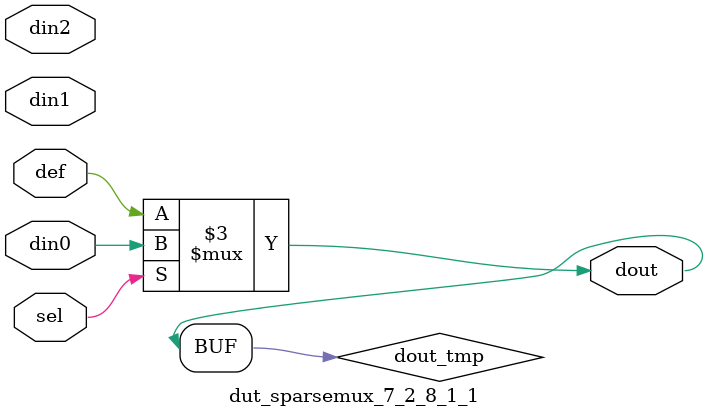
<source format=v>
`timescale 1ns / 1ps

module dut_sparsemux_7_2_8_1_1 (din0,din1,din2,def,sel,dout);

parameter din0_WIDTH = 1;

parameter din1_WIDTH = 1;

parameter din2_WIDTH = 1;

parameter def_WIDTH = 1;
parameter sel_WIDTH = 1;
parameter dout_WIDTH = 1;

parameter [sel_WIDTH-1:0] CASE0 = 1;

parameter [sel_WIDTH-1:0] CASE1 = 1;

parameter [sel_WIDTH-1:0] CASE2 = 1;

parameter ID = 1;
parameter NUM_STAGE = 1;



input [din0_WIDTH-1:0] din0;

input [din1_WIDTH-1:0] din1;

input [din2_WIDTH-1:0] din2;

input [def_WIDTH-1:0] def;
input [sel_WIDTH-1:0] sel;

output [dout_WIDTH-1:0] dout;



reg [dout_WIDTH-1:0] dout_tmp;

always @ (*) begin
case (sel)
    
    CASE0 : dout_tmp = din0;
    
    CASE1 : dout_tmp = din1;
    
    CASE2 : dout_tmp = din2;
    
    default : dout_tmp = def;
endcase
end


assign dout = dout_tmp;



endmodule

</source>
